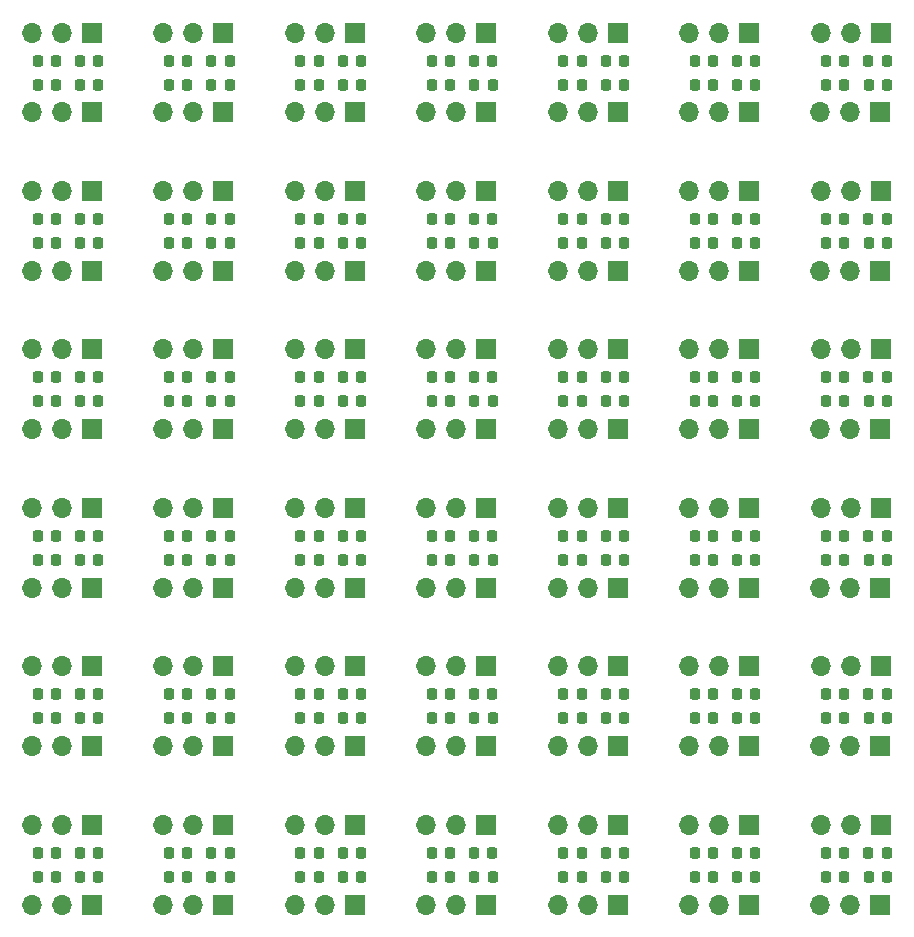
<source format=gbr>
%TF.GenerationSoftware,KiCad,Pcbnew,(6.0.5-0)*%
%TF.CreationDate,2022-12-26T11:12:43+01:00*%
%TF.ProjectId,panel,70616e65-6c2e-46b6-9963-61645f706362,rev?*%
%TF.SameCoordinates,Original*%
%TF.FileFunction,Soldermask,Bot*%
%TF.FilePolarity,Negative*%
%FSLAX46Y46*%
G04 Gerber Fmt 4.6, Leading zero omitted, Abs format (unit mm)*
G04 Created by KiCad (PCBNEW (6.0.5-0)) date 2022-12-26 11:12:43*
%MOMM*%
%LPD*%
G01*
G04 APERTURE LIST*
G04 Aperture macros list*
%AMRoundRect*
0 Rectangle with rounded corners*
0 $1 Rounding radius*
0 $2 $3 $4 $5 $6 $7 $8 $9 X,Y pos of 4 corners*
0 Add a 4 corners polygon primitive as box body*
4,1,4,$2,$3,$4,$5,$6,$7,$8,$9,$2,$3,0*
0 Add four circle primitives for the rounded corners*
1,1,$1+$1,$2,$3*
1,1,$1+$1,$4,$5*
1,1,$1+$1,$6,$7*
1,1,$1+$1,$8,$9*
0 Add four rect primitives between the rounded corners*
20,1,$1+$1,$2,$3,$4,$5,0*
20,1,$1+$1,$4,$5,$6,$7,0*
20,1,$1+$1,$6,$7,$8,$9,0*
20,1,$1+$1,$8,$9,$2,$3,0*%
G04 Aperture macros list end*
%ADD10R,1.700000X1.700000*%
%ADD11O,1.700000X1.700000*%
%ADD12RoundRect,0.225000X0.225000X0.250000X-0.225000X0.250000X-0.225000X-0.250000X0.225000X-0.250000X0*%
%ADD13RoundRect,0.225000X-0.225000X-0.250000X0.225000X-0.250000X0.225000X0.250000X-0.225000X0.250000X0*%
G04 APERTURE END LIST*
D10*
%TO.C,J1*%
X32666200Y-77241200D03*
D11*
X30126200Y-77241200D03*
X27586200Y-77241200D03*
%TD*%
D10*
%TO.C,J2*%
X21553200Y-57057200D03*
D11*
X19013200Y-57057200D03*
X16473200Y-57057200D03*
%TD*%
D10*
%TO.C,J2*%
X88321200Y-30229200D03*
D11*
X85781200Y-30229200D03*
X83241200Y-30229200D03*
%TD*%
D10*
%TO.C,J2*%
X88321200Y-16815200D03*
D11*
X85781200Y-16815200D03*
X83241200Y-16815200D03*
%TD*%
D10*
%TO.C,J2*%
X66065200Y-16815200D03*
D11*
X63525200Y-16815200D03*
X60985200Y-16815200D03*
%TD*%
D10*
%TO.C,J1*%
X21538200Y-77241200D03*
D11*
X18998200Y-77241200D03*
X16458200Y-77241200D03*
%TD*%
D10*
%TO.C,J2*%
X21553200Y-16815200D03*
D11*
X19013200Y-16815200D03*
X16473200Y-16815200D03*
%TD*%
D10*
%TO.C,J1*%
X54922200Y-63827200D03*
D11*
X52382200Y-63827200D03*
X49842200Y-63827200D03*
%TD*%
D10*
%TO.C,J2*%
X43809200Y-30229200D03*
D11*
X41269200Y-30229200D03*
X38729200Y-30229200D03*
%TD*%
D10*
%TO.C,J2*%
X21553200Y-83885200D03*
D11*
X19013200Y-83885200D03*
X16473200Y-83885200D03*
%TD*%
D10*
%TO.C,J1*%
X66050200Y-77241200D03*
D11*
X63510200Y-77241200D03*
X60970200Y-77241200D03*
%TD*%
D10*
%TO.C,J2*%
X43809200Y-16815200D03*
D11*
X41269200Y-16815200D03*
X38729200Y-16815200D03*
%TD*%
D10*
%TO.C,J2*%
X54937200Y-16815200D03*
D11*
X52397200Y-16815200D03*
X49857200Y-16815200D03*
%TD*%
D10*
%TO.C,J2*%
X32681200Y-70471200D03*
D11*
X30141200Y-70471200D03*
X27601200Y-70471200D03*
%TD*%
D10*
%TO.C,J1*%
X77178200Y-36999200D03*
D11*
X74638200Y-36999200D03*
X72098200Y-36999200D03*
%TD*%
D10*
%TO.C,J1*%
X32666200Y-36999200D03*
D11*
X30126200Y-36999200D03*
X27586200Y-36999200D03*
%TD*%
D10*
%TO.C,J2*%
X77193200Y-16815200D03*
D11*
X74653200Y-16815200D03*
X72113200Y-16815200D03*
%TD*%
D10*
%TO.C,J1*%
X54922200Y-23585200D03*
D11*
X52382200Y-23585200D03*
X49842200Y-23585200D03*
%TD*%
D10*
%TO.C,J2*%
X21553200Y-30229200D03*
D11*
X19013200Y-30229200D03*
X16473200Y-30229200D03*
%TD*%
D10*
%TO.C,J1*%
X54922200Y-36999200D03*
D11*
X52382200Y-36999200D03*
X49842200Y-36999200D03*
%TD*%
D10*
%TO.C,J2*%
X32681200Y-57057200D03*
D11*
X30141200Y-57057200D03*
X27601200Y-57057200D03*
%TD*%
D10*
%TO.C,J1*%
X21538200Y-90655200D03*
D11*
X18998200Y-90655200D03*
X16458200Y-90655200D03*
%TD*%
D10*
%TO.C,J2*%
X32681200Y-16815200D03*
D11*
X30141200Y-16815200D03*
X27601200Y-16815200D03*
%TD*%
D10*
%TO.C,J2*%
X88321200Y-43643200D03*
D11*
X85781200Y-43643200D03*
X83241200Y-43643200D03*
%TD*%
D10*
%TO.C,J1*%
X43794200Y-77241200D03*
D11*
X41254200Y-77241200D03*
X38714200Y-77241200D03*
%TD*%
D10*
%TO.C,J1*%
X66050200Y-36999200D03*
D11*
X63510200Y-36999200D03*
X60970200Y-36999200D03*
%TD*%
D10*
%TO.C,J1*%
X32666200Y-50413200D03*
D11*
X30126200Y-50413200D03*
X27586200Y-50413200D03*
%TD*%
D10*
%TO.C,J1*%
X88306200Y-23585200D03*
D11*
X85766200Y-23585200D03*
X83226200Y-23585200D03*
%TD*%
D10*
%TO.C,J2*%
X32681200Y-43643200D03*
D11*
X30141200Y-43643200D03*
X27601200Y-43643200D03*
%TD*%
D10*
%TO.C,J1*%
X54922200Y-50413200D03*
D11*
X52382200Y-50413200D03*
X49842200Y-50413200D03*
%TD*%
D10*
%TO.C,J2*%
X66065200Y-43643200D03*
D11*
X63525200Y-43643200D03*
X60985200Y-43643200D03*
%TD*%
D10*
%TO.C,J1*%
X77178200Y-23585200D03*
D11*
X74638200Y-23585200D03*
X72098200Y-23585200D03*
%TD*%
D10*
%TO.C,J2*%
X43809200Y-83885200D03*
D11*
X41269200Y-83885200D03*
X38729200Y-83885200D03*
%TD*%
D10*
%TO.C,J1*%
X88306200Y-36999200D03*
D11*
X85766200Y-36999200D03*
X83226200Y-36999200D03*
%TD*%
D10*
%TO.C,J1*%
X43794200Y-50413200D03*
D11*
X41254200Y-50413200D03*
X38714200Y-50413200D03*
%TD*%
D10*
%TO.C,J2*%
X32681200Y-30229200D03*
D11*
X30141200Y-30229200D03*
X27601200Y-30229200D03*
%TD*%
D10*
%TO.C,J2*%
X88321200Y-57057200D03*
D11*
X85781200Y-57057200D03*
X83241200Y-57057200D03*
%TD*%
D10*
%TO.C,J2*%
X77193200Y-83885200D03*
D11*
X74653200Y-83885200D03*
X72113200Y-83885200D03*
%TD*%
D10*
%TO.C,J1*%
X66050200Y-90655200D03*
D11*
X63510200Y-90655200D03*
X60970200Y-90655200D03*
%TD*%
D10*
%TO.C,J1*%
X66050200Y-23585200D03*
D11*
X63510200Y-23585200D03*
X60970200Y-23585200D03*
%TD*%
D10*
%TO.C,J2*%
X54937200Y-43643200D03*
D11*
X52397200Y-43643200D03*
X49857200Y-43643200D03*
%TD*%
D10*
%TO.C,J2*%
X21553200Y-43643200D03*
D11*
X19013200Y-43643200D03*
X16473200Y-43643200D03*
%TD*%
D10*
%TO.C,J2*%
X66065200Y-70471200D03*
D11*
X63525200Y-70471200D03*
X60985200Y-70471200D03*
%TD*%
D10*
%TO.C,J1*%
X66050200Y-63827200D03*
D11*
X63510200Y-63827200D03*
X60970200Y-63827200D03*
%TD*%
D10*
%TO.C,J2*%
X77193200Y-57057200D03*
D11*
X74653200Y-57057200D03*
X72113200Y-57057200D03*
%TD*%
D10*
%TO.C,J1*%
X77178200Y-77241200D03*
D11*
X74638200Y-77241200D03*
X72098200Y-77241200D03*
%TD*%
D10*
%TO.C,J1*%
X88306200Y-63827200D03*
D11*
X85766200Y-63827200D03*
X83226200Y-63827200D03*
%TD*%
D10*
%TO.C,J1*%
X66050200Y-50413200D03*
D11*
X63510200Y-50413200D03*
X60970200Y-50413200D03*
%TD*%
D10*
%TO.C,J2*%
X77193200Y-70471200D03*
D11*
X74653200Y-70471200D03*
X72113200Y-70471200D03*
%TD*%
D10*
%TO.C,J1*%
X77178200Y-63827200D03*
D11*
X74638200Y-63827200D03*
X72098200Y-63827200D03*
%TD*%
D10*
%TO.C,J1*%
X77178200Y-50413200D03*
D11*
X74638200Y-50413200D03*
X72098200Y-50413200D03*
%TD*%
D10*
%TO.C,J2*%
X43809200Y-43643200D03*
D11*
X41269200Y-43643200D03*
X38729200Y-43643200D03*
%TD*%
D10*
%TO.C,J1*%
X21538200Y-23585200D03*
D11*
X18998200Y-23585200D03*
X16458200Y-23585200D03*
%TD*%
D10*
%TO.C,J2*%
X21553200Y-70471200D03*
D11*
X19013200Y-70471200D03*
X16473200Y-70471200D03*
%TD*%
D10*
%TO.C,J2*%
X54937200Y-83885200D03*
D11*
X52397200Y-83885200D03*
X49857200Y-83885200D03*
%TD*%
D10*
%TO.C,J2*%
X77193200Y-30229200D03*
D11*
X74653200Y-30229200D03*
X72113200Y-30229200D03*
%TD*%
D10*
%TO.C,J1*%
X77178200Y-90655200D03*
D11*
X74638200Y-90655200D03*
X72098200Y-90655200D03*
%TD*%
D10*
%TO.C,J2*%
X54937200Y-70471200D03*
D11*
X52397200Y-70471200D03*
X49857200Y-70471200D03*
%TD*%
D10*
%TO.C,J2*%
X88321200Y-70471200D03*
D11*
X85781200Y-70471200D03*
X83241200Y-70471200D03*
%TD*%
D10*
%TO.C,J2*%
X43809200Y-57057200D03*
D11*
X41269200Y-57057200D03*
X38729200Y-57057200D03*
%TD*%
D10*
%TO.C,J1*%
X88306200Y-90655200D03*
D11*
X85766200Y-90655200D03*
X83226200Y-90655200D03*
%TD*%
D10*
%TO.C,J1*%
X54922200Y-77241200D03*
D11*
X52382200Y-77241200D03*
X49842200Y-77241200D03*
%TD*%
D10*
%TO.C,J1*%
X21538200Y-36999200D03*
D11*
X18998200Y-36999200D03*
X16458200Y-36999200D03*
%TD*%
D10*
%TO.C,J1*%
X21538200Y-63827200D03*
D11*
X18998200Y-63827200D03*
X16458200Y-63827200D03*
%TD*%
D10*
%TO.C,J1*%
X21538200Y-50413200D03*
D11*
X18998200Y-50413200D03*
X16458200Y-50413200D03*
%TD*%
D10*
%TO.C,J1*%
X43794200Y-90655200D03*
D11*
X41254200Y-90655200D03*
X38714200Y-90655200D03*
%TD*%
D10*
%TO.C,J2*%
X43809200Y-70471200D03*
D11*
X41269200Y-70471200D03*
X38729200Y-70471200D03*
%TD*%
D10*
%TO.C,J1*%
X54922200Y-90655200D03*
D11*
X52382200Y-90655200D03*
X49842200Y-90655200D03*
%TD*%
D10*
%TO.C,J1*%
X88306200Y-50413200D03*
D11*
X85766200Y-50413200D03*
X83226200Y-50413200D03*
%TD*%
D10*
%TO.C,J2*%
X54937200Y-57057200D03*
D11*
X52397200Y-57057200D03*
X49857200Y-57057200D03*
%TD*%
D10*
%TO.C,J2*%
X66065200Y-57057200D03*
D11*
X63525200Y-57057200D03*
X60985200Y-57057200D03*
%TD*%
D10*
%TO.C,J1*%
X32666200Y-23585200D03*
D11*
X30126200Y-23585200D03*
X27586200Y-23585200D03*
%TD*%
D10*
%TO.C,J1*%
X32666200Y-90655200D03*
D11*
X30126200Y-90655200D03*
X27586200Y-90655200D03*
%TD*%
D10*
%TO.C,J1*%
X32666200Y-63827200D03*
D11*
X30126200Y-63827200D03*
X27586200Y-63827200D03*
%TD*%
D10*
%TO.C,J2*%
X54937200Y-30229200D03*
D11*
X52397200Y-30229200D03*
X49857200Y-30229200D03*
%TD*%
D10*
%TO.C,J2*%
X66065200Y-30229200D03*
D11*
X63525200Y-30229200D03*
X60985200Y-30229200D03*
%TD*%
D10*
%TO.C,J1*%
X43794200Y-23585200D03*
D11*
X41254200Y-23585200D03*
X38714200Y-23585200D03*
%TD*%
D10*
%TO.C,J2*%
X66065200Y-83885200D03*
D11*
X63525200Y-83885200D03*
X60985200Y-83885200D03*
%TD*%
D10*
%TO.C,J2*%
X32681200Y-83885200D03*
D11*
X30141200Y-83885200D03*
X27601200Y-83885200D03*
%TD*%
D10*
%TO.C,J1*%
X88306200Y-77241200D03*
D11*
X85766200Y-77241200D03*
X83226200Y-77241200D03*
%TD*%
D10*
%TO.C,J2*%
X77193200Y-43643200D03*
D11*
X74653200Y-43643200D03*
X72113200Y-43643200D03*
%TD*%
D10*
%TO.C,J1*%
X43794200Y-36999200D03*
D11*
X41254200Y-36999200D03*
X38714200Y-36999200D03*
%TD*%
D10*
%TO.C,J1*%
X43794200Y-63827200D03*
D11*
X41254200Y-63827200D03*
X38714200Y-63827200D03*
%TD*%
D10*
%TO.C,J2*%
X88321200Y-83885200D03*
D11*
X85781200Y-83885200D03*
X83241200Y-83885200D03*
%TD*%
D12*
%TO.C,C1*%
X85260800Y-74879000D03*
X83710800Y-74879000D03*
%TD*%
%TO.C,C1*%
X40748800Y-74879000D03*
X39198800Y-74879000D03*
%TD*%
D13*
%TO.C,C3*%
X87305200Y-21223000D03*
X88855200Y-21223000D03*
%TD*%
%TO.C,C3*%
X42793200Y-48051000D03*
X44343200Y-48051000D03*
%TD*%
D12*
%TO.C,C1*%
X85260800Y-48051000D03*
X83710800Y-48051000D03*
%TD*%
%TO.C,C2*%
X85260800Y-86261000D03*
X83710800Y-86261000D03*
%TD*%
D13*
%TO.C,C3*%
X31665200Y-74879000D03*
X33215200Y-74879000D03*
%TD*%
D12*
%TO.C,C1*%
X29620800Y-61465000D03*
X28070800Y-61465000D03*
%TD*%
%TO.C,C2*%
X63004800Y-46019000D03*
X61454800Y-46019000D03*
%TD*%
D13*
%TO.C,C3*%
X65049200Y-21223000D03*
X66599200Y-21223000D03*
%TD*%
D12*
%TO.C,C2*%
X51876800Y-19191000D03*
X50326800Y-19191000D03*
%TD*%
%TO.C,C4*%
X33202200Y-32605000D03*
X31652200Y-32605000D03*
%TD*%
%TO.C,C1*%
X40748800Y-48051000D03*
X39198800Y-48051000D03*
%TD*%
%TO.C,C4*%
X44330200Y-72847000D03*
X42780200Y-72847000D03*
%TD*%
%TO.C,C2*%
X51876800Y-59433000D03*
X50326800Y-59433000D03*
%TD*%
%TO.C,C4*%
X88842200Y-72847000D03*
X87292200Y-72847000D03*
%TD*%
%TO.C,C1*%
X85260800Y-61465000D03*
X83710800Y-61465000D03*
%TD*%
%TO.C,C4*%
X77714200Y-46019000D03*
X76164200Y-46019000D03*
%TD*%
D13*
%TO.C,C3*%
X31665200Y-88293000D03*
X33215200Y-88293000D03*
%TD*%
D12*
%TO.C,C2*%
X40748800Y-59433000D03*
X39198800Y-59433000D03*
%TD*%
%TO.C,C4*%
X55458200Y-46019000D03*
X53908200Y-46019000D03*
%TD*%
%TO.C,C4*%
X44330200Y-19191000D03*
X42780200Y-19191000D03*
%TD*%
%TO.C,C4*%
X77714200Y-59433000D03*
X76164200Y-59433000D03*
%TD*%
%TO.C,C2*%
X29620800Y-32605000D03*
X28070800Y-32605000D03*
%TD*%
D13*
%TO.C,C3*%
X76177200Y-34637000D03*
X77727200Y-34637000D03*
%TD*%
D12*
%TO.C,C1*%
X40748800Y-21223000D03*
X39198800Y-21223000D03*
%TD*%
%TO.C,C2*%
X40748800Y-72847000D03*
X39198800Y-72847000D03*
%TD*%
%TO.C,C1*%
X29620800Y-34637000D03*
X28070800Y-34637000D03*
%TD*%
%TO.C,C4*%
X55458200Y-32605000D03*
X53908200Y-32605000D03*
%TD*%
D13*
%TO.C,C3*%
X76177200Y-88293000D03*
X77727200Y-88293000D03*
%TD*%
D12*
%TO.C,C1*%
X51876800Y-88293000D03*
X50326800Y-88293000D03*
%TD*%
%TO.C,C1*%
X29620800Y-21223000D03*
X28070800Y-21223000D03*
%TD*%
D13*
%TO.C,C3*%
X65049200Y-88293000D03*
X66599200Y-88293000D03*
%TD*%
D12*
%TO.C,C4*%
X88842200Y-32605000D03*
X87292200Y-32605000D03*
%TD*%
D13*
%TO.C,C3*%
X76177200Y-21223000D03*
X77727200Y-21223000D03*
%TD*%
D12*
%TO.C,C2*%
X74132800Y-19191000D03*
X72582800Y-19191000D03*
%TD*%
%TO.C,C1*%
X85260800Y-21223000D03*
X83710800Y-21223000D03*
%TD*%
%TO.C,C1*%
X51876800Y-21223000D03*
X50326800Y-21223000D03*
%TD*%
%TO.C,C2*%
X51876800Y-32605000D03*
X50326800Y-32605000D03*
%TD*%
D13*
%TO.C,C3*%
X87305200Y-61465000D03*
X88855200Y-61465000D03*
%TD*%
D12*
%TO.C,C2*%
X51876800Y-72847000D03*
X50326800Y-72847000D03*
%TD*%
%TO.C,C4*%
X88842200Y-86261000D03*
X87292200Y-86261000D03*
%TD*%
%TO.C,C4*%
X44330200Y-32605000D03*
X42780200Y-32605000D03*
%TD*%
D13*
%TO.C,C3*%
X20537200Y-48051000D03*
X22087200Y-48051000D03*
%TD*%
D12*
%TO.C,C1*%
X74132800Y-61465000D03*
X72582800Y-61465000D03*
%TD*%
%TO.C,C4*%
X44330200Y-46019000D03*
X42780200Y-46019000D03*
%TD*%
D13*
%TO.C,C3*%
X87305200Y-48051000D03*
X88855200Y-48051000D03*
%TD*%
D12*
%TO.C,C2*%
X18492800Y-19191000D03*
X16942800Y-19191000D03*
%TD*%
%TO.C,C2*%
X29620800Y-86261000D03*
X28070800Y-86261000D03*
%TD*%
%TO.C,C4*%
X66586200Y-72847000D03*
X65036200Y-72847000D03*
%TD*%
%TO.C,C4*%
X55458200Y-72847000D03*
X53908200Y-72847000D03*
%TD*%
%TO.C,C2*%
X18492800Y-32605000D03*
X16942800Y-32605000D03*
%TD*%
%TO.C,C1*%
X18492800Y-61465000D03*
X16942800Y-61465000D03*
%TD*%
%TO.C,C2*%
X40748800Y-32605000D03*
X39198800Y-32605000D03*
%TD*%
D13*
%TO.C,C3*%
X53921200Y-88293000D03*
X55471200Y-88293000D03*
%TD*%
%TO.C,C3*%
X87305200Y-88293000D03*
X88855200Y-88293000D03*
%TD*%
D12*
%TO.C,C1*%
X40748800Y-61465000D03*
X39198800Y-61465000D03*
%TD*%
%TO.C,C2*%
X74132800Y-59433000D03*
X72582800Y-59433000D03*
%TD*%
%TO.C,C2*%
X18492800Y-72847000D03*
X16942800Y-72847000D03*
%TD*%
D13*
%TO.C,C3*%
X53921200Y-21223000D03*
X55471200Y-21223000D03*
%TD*%
D12*
%TO.C,C4*%
X22074200Y-72847000D03*
X20524200Y-72847000D03*
%TD*%
D13*
%TO.C,C3*%
X87305200Y-74879000D03*
X88855200Y-74879000D03*
%TD*%
D12*
%TO.C,C1*%
X18492800Y-34637000D03*
X16942800Y-34637000D03*
%TD*%
%TO.C,C4*%
X88842200Y-46019000D03*
X87292200Y-46019000D03*
%TD*%
%TO.C,C2*%
X85260800Y-59433000D03*
X83710800Y-59433000D03*
%TD*%
%TO.C,C4*%
X22074200Y-32605000D03*
X20524200Y-32605000D03*
%TD*%
D13*
%TO.C,C3*%
X53921200Y-74879000D03*
X55471200Y-74879000D03*
%TD*%
D12*
%TO.C,C4*%
X33202200Y-86261000D03*
X31652200Y-86261000D03*
%TD*%
%TO.C,C2*%
X63004800Y-32605000D03*
X61454800Y-32605000D03*
%TD*%
D13*
%TO.C,C3*%
X31665200Y-61465000D03*
X33215200Y-61465000D03*
%TD*%
D12*
%TO.C,C4*%
X55458200Y-19191000D03*
X53908200Y-19191000D03*
%TD*%
%TO.C,C2*%
X63004800Y-72847000D03*
X61454800Y-72847000D03*
%TD*%
%TO.C,C1*%
X63004800Y-21223000D03*
X61454800Y-21223000D03*
%TD*%
%TO.C,C2*%
X29620800Y-19191000D03*
X28070800Y-19191000D03*
%TD*%
%TO.C,C1*%
X51876800Y-34637000D03*
X50326800Y-34637000D03*
%TD*%
%TO.C,C2*%
X85260800Y-46019000D03*
X83710800Y-46019000D03*
%TD*%
%TO.C,C1*%
X40748800Y-88293000D03*
X39198800Y-88293000D03*
%TD*%
D13*
%TO.C,C3*%
X42793200Y-61465000D03*
X44343200Y-61465000D03*
%TD*%
D12*
%TO.C,C4*%
X77714200Y-32605000D03*
X76164200Y-32605000D03*
%TD*%
%TO.C,C1*%
X74132800Y-48051000D03*
X72582800Y-48051000D03*
%TD*%
%TO.C,C1*%
X29620800Y-48051000D03*
X28070800Y-48051000D03*
%TD*%
%TO.C,C4*%
X44330200Y-86261000D03*
X42780200Y-86261000D03*
%TD*%
%TO.C,C2*%
X85260800Y-72847000D03*
X83710800Y-72847000D03*
%TD*%
%TO.C,C4*%
X77714200Y-86261000D03*
X76164200Y-86261000D03*
%TD*%
%TO.C,C4*%
X44330200Y-59433000D03*
X42780200Y-59433000D03*
%TD*%
D13*
%TO.C,C3*%
X20537200Y-88293000D03*
X22087200Y-88293000D03*
%TD*%
D12*
%TO.C,C1*%
X85260800Y-88293000D03*
X83710800Y-88293000D03*
%TD*%
%TO.C,C2*%
X51876800Y-86261000D03*
X50326800Y-86261000D03*
%TD*%
%TO.C,C1*%
X51876800Y-48051000D03*
X50326800Y-48051000D03*
%TD*%
D13*
%TO.C,C3*%
X20537200Y-21223000D03*
X22087200Y-21223000D03*
%TD*%
D12*
%TO.C,C2*%
X18492800Y-86261000D03*
X16942800Y-86261000D03*
%TD*%
%TO.C,C4*%
X33202200Y-19191000D03*
X31652200Y-19191000D03*
%TD*%
%TO.C,C1*%
X63004800Y-88293000D03*
X61454800Y-88293000D03*
%TD*%
%TO.C,C4*%
X22074200Y-19191000D03*
X20524200Y-19191000D03*
%TD*%
%TO.C,C1*%
X74132800Y-88293000D03*
X72582800Y-88293000D03*
%TD*%
D13*
%TO.C,C3*%
X65049200Y-61465000D03*
X66599200Y-61465000D03*
%TD*%
D12*
%TO.C,C4*%
X33202200Y-59433000D03*
X31652200Y-59433000D03*
%TD*%
D13*
%TO.C,C3*%
X65049200Y-48051000D03*
X66599200Y-48051000D03*
%TD*%
%TO.C,C3*%
X31665200Y-48051000D03*
X33215200Y-48051000D03*
%TD*%
D12*
%TO.C,C1*%
X29620800Y-88293000D03*
X28070800Y-88293000D03*
%TD*%
D13*
%TO.C,C3*%
X53921200Y-61465000D03*
X55471200Y-61465000D03*
%TD*%
D12*
%TO.C,C2*%
X74132800Y-72847000D03*
X72582800Y-72847000D03*
%TD*%
%TO.C,C2*%
X29620800Y-46019000D03*
X28070800Y-46019000D03*
%TD*%
%TO.C,C1*%
X63004800Y-61465000D03*
X61454800Y-61465000D03*
%TD*%
D13*
%TO.C,C3*%
X87305200Y-34637000D03*
X88855200Y-34637000D03*
%TD*%
D12*
%TO.C,C2*%
X29620800Y-59433000D03*
X28070800Y-59433000D03*
%TD*%
D13*
%TO.C,C3*%
X31665200Y-21223000D03*
X33215200Y-21223000D03*
%TD*%
%TO.C,C3*%
X42793200Y-34637000D03*
X44343200Y-34637000D03*
%TD*%
D12*
%TO.C,C4*%
X55458200Y-86261000D03*
X53908200Y-86261000D03*
%TD*%
D13*
%TO.C,C3*%
X20537200Y-74879000D03*
X22087200Y-74879000D03*
%TD*%
D12*
%TO.C,C2*%
X40748800Y-19191000D03*
X39198800Y-19191000D03*
%TD*%
%TO.C,C2*%
X74132800Y-32605000D03*
X72582800Y-32605000D03*
%TD*%
D13*
%TO.C,C3*%
X20537200Y-34637000D03*
X22087200Y-34637000D03*
%TD*%
D12*
%TO.C,C1*%
X74132800Y-74879000D03*
X72582800Y-74879000D03*
%TD*%
D13*
%TO.C,C3*%
X53921200Y-48051000D03*
X55471200Y-48051000D03*
%TD*%
D12*
%TO.C,C2*%
X51876800Y-46019000D03*
X50326800Y-46019000D03*
%TD*%
D13*
%TO.C,C3*%
X42793200Y-74879000D03*
X44343200Y-74879000D03*
%TD*%
D12*
%TO.C,C4*%
X66586200Y-86261000D03*
X65036200Y-86261000D03*
%TD*%
%TO.C,C1*%
X18492800Y-74879000D03*
X16942800Y-74879000D03*
%TD*%
D13*
%TO.C,C3*%
X42793200Y-88293000D03*
X44343200Y-88293000D03*
%TD*%
D12*
%TO.C,C4*%
X55458200Y-59433000D03*
X53908200Y-59433000D03*
%TD*%
%TO.C,C4*%
X77714200Y-19191000D03*
X76164200Y-19191000D03*
%TD*%
%TO.C,C2*%
X63004800Y-86261000D03*
X61454800Y-86261000D03*
%TD*%
%TO.C,C2*%
X85260800Y-19191000D03*
X83710800Y-19191000D03*
%TD*%
%TO.C,C1*%
X51876800Y-61465000D03*
X50326800Y-61465000D03*
%TD*%
%TO.C,C2*%
X18492800Y-46019000D03*
X16942800Y-46019000D03*
%TD*%
%TO.C,C2*%
X40748800Y-46019000D03*
X39198800Y-46019000D03*
%TD*%
%TO.C,C4*%
X22074200Y-86261000D03*
X20524200Y-86261000D03*
%TD*%
%TO.C,C4*%
X66586200Y-19191000D03*
X65036200Y-19191000D03*
%TD*%
%TO.C,C1*%
X63004800Y-74879000D03*
X61454800Y-74879000D03*
%TD*%
%TO.C,C2*%
X29620800Y-72847000D03*
X28070800Y-72847000D03*
%TD*%
%TO.C,C1*%
X40748800Y-34637000D03*
X39198800Y-34637000D03*
%TD*%
%TO.C,C1*%
X85260800Y-34637000D03*
X83710800Y-34637000D03*
%TD*%
%TO.C,C4*%
X33202200Y-46019000D03*
X31652200Y-46019000D03*
%TD*%
%TO.C,C4*%
X66586200Y-46019000D03*
X65036200Y-46019000D03*
%TD*%
%TO.C,C1*%
X63004800Y-48051000D03*
X61454800Y-48051000D03*
%TD*%
%TO.C,C2*%
X18492800Y-59433000D03*
X16942800Y-59433000D03*
%TD*%
D13*
%TO.C,C3*%
X65049200Y-74879000D03*
X66599200Y-74879000D03*
%TD*%
D12*
%TO.C,C4*%
X88842200Y-19191000D03*
X87292200Y-19191000D03*
%TD*%
%TO.C,C2*%
X85260800Y-32605000D03*
X83710800Y-32605000D03*
%TD*%
%TO.C,C1*%
X18492800Y-48051000D03*
X16942800Y-48051000D03*
%TD*%
%TO.C,C4*%
X66586200Y-59433000D03*
X65036200Y-59433000D03*
%TD*%
D13*
%TO.C,C3*%
X42793200Y-21223000D03*
X44343200Y-21223000D03*
%TD*%
%TO.C,C3*%
X65049200Y-34637000D03*
X66599200Y-34637000D03*
%TD*%
D12*
%TO.C,C4*%
X22074200Y-46019000D03*
X20524200Y-46019000D03*
%TD*%
D13*
%TO.C,C3*%
X53921200Y-34637000D03*
X55471200Y-34637000D03*
%TD*%
D12*
%TO.C,C1*%
X29620800Y-74879000D03*
X28070800Y-74879000D03*
%TD*%
%TO.C,C1*%
X18492800Y-21223000D03*
X16942800Y-21223000D03*
%TD*%
%TO.C,C4*%
X33202200Y-72847000D03*
X31652200Y-72847000D03*
%TD*%
%TO.C,C1*%
X63004800Y-34637000D03*
X61454800Y-34637000D03*
%TD*%
%TO.C,C2*%
X63004800Y-59433000D03*
X61454800Y-59433000D03*
%TD*%
%TO.C,C1*%
X74132800Y-34637000D03*
X72582800Y-34637000D03*
%TD*%
D13*
%TO.C,C3*%
X76177200Y-61465000D03*
X77727200Y-61465000D03*
%TD*%
D12*
%TO.C,C2*%
X74132800Y-46019000D03*
X72582800Y-46019000D03*
%TD*%
%TO.C,C1*%
X74132800Y-21223000D03*
X72582800Y-21223000D03*
%TD*%
%TO.C,C1*%
X18492800Y-88293000D03*
X16942800Y-88293000D03*
%TD*%
%TO.C,C4*%
X77714200Y-72847000D03*
X76164200Y-72847000D03*
%TD*%
%TO.C,C2*%
X74132800Y-86261000D03*
X72582800Y-86261000D03*
%TD*%
%TO.C,C2*%
X40748800Y-86261000D03*
X39198800Y-86261000D03*
%TD*%
%TO.C,C2*%
X63004800Y-19191000D03*
X61454800Y-19191000D03*
%TD*%
D13*
%TO.C,C3*%
X76177200Y-48051000D03*
X77727200Y-48051000D03*
%TD*%
%TO.C,C3*%
X31665200Y-34637000D03*
X33215200Y-34637000D03*
%TD*%
D12*
%TO.C,C4*%
X22074200Y-59433000D03*
X20524200Y-59433000D03*
%TD*%
D13*
%TO.C,C3*%
X76177200Y-74879000D03*
X77727200Y-74879000D03*
%TD*%
D12*
%TO.C,C1*%
X51876800Y-74879000D03*
X50326800Y-74879000D03*
%TD*%
%TO.C,C4*%
X66586200Y-32605000D03*
X65036200Y-32605000D03*
%TD*%
%TO.C,C4*%
X88842200Y-59433000D03*
X87292200Y-59433000D03*
%TD*%
D13*
%TO.C,C3*%
X20537200Y-61465000D03*
X22087200Y-61465000D03*
%TD*%
M02*

</source>
